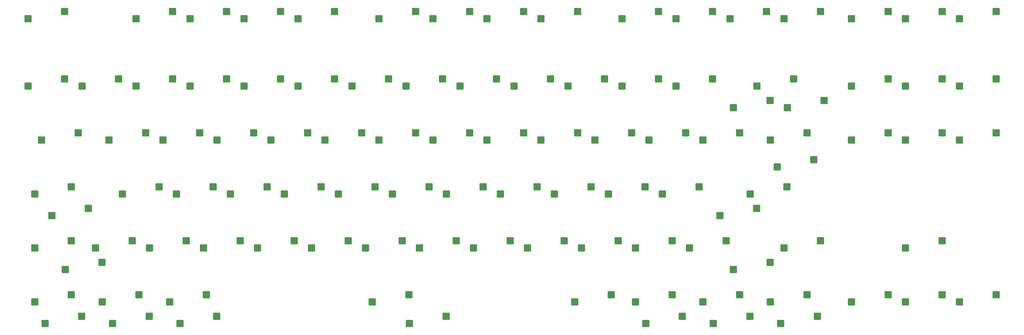
<source format=gbp>
G04 #@! TF.GenerationSoftware,KiCad,Pcbnew,7.0.10*
G04 #@! TF.CreationDate,2024-03-13T13:30:19+01:00*
G04 #@! TF.ProjectId,bb-pcb-v1,62622d70-6362-42d7-9631-2e6b69636164,rev?*
G04 #@! TF.SameCoordinates,Original*
G04 #@! TF.FileFunction,Paste,Bot*
G04 #@! TF.FilePolarity,Positive*
%FSLAX46Y46*%
G04 Gerber Fmt 4.6, Leading zero omitted, Abs format (unit mm)*
G04 Created by KiCad (PCBNEW 7.0.10) date 2024-03-13 13:30:19*
%MOMM*%
%LPD*%
G01*
G04 APERTURE LIST*
G04 Aperture macros list*
%AMRoundRect*
0 Rectangle with rounded corners*
0 $1 Rounding radius*
0 $2 $3 $4 $5 $6 $7 $8 $9 X,Y pos of 4 corners*
0 Add a 4 corners polygon primitive as box body*
4,1,4,$2,$3,$4,$5,$6,$7,$8,$9,$2,$3,0*
0 Add four circle primitives for the rounded corners*
1,1,$1+$1,$2,$3*
1,1,$1+$1,$4,$5*
1,1,$1+$1,$6,$7*
1,1,$1+$1,$8,$9*
0 Add four rect primitives between the rounded corners*
20,1,$1+$1,$2,$3,$4,$5,0*
20,1,$1+$1,$4,$5,$6,$7,0*
20,1,$1+$1,$6,$7,$8,$9,0*
20,1,$1+$1,$8,$9,$2,$3,0*%
G04 Aperture macros list end*
%ADD10RoundRect,0.250000X-1.025000X-1.000000X1.025000X-1.000000X1.025000X1.000000X-1.025000X1.000000X0*%
%ADD11RoundRect,0.250000X1.025000X1.000000X-1.025000X1.000000X-1.025000X-1.000000X1.025000X-1.000000X0*%
G04 APERTURE END LIST*
D10*
X331052500Y-26035000D03*
X343979500Y-23495000D03*
X207227500Y-87947500D03*
X220154500Y-85407500D03*
X21490000Y-26035000D03*
X34417000Y-23495000D03*
X135790000Y-49847500D03*
X148717000Y-47307500D03*
X350102500Y-49847500D03*
X363029500Y-47307500D03*
X107215000Y-68897500D03*
X120142000Y-66357500D03*
X59590000Y-49847500D03*
X72517000Y-47307500D03*
X64352500Y-106997500D03*
X77279500Y-104457500D03*
X142933750Y-126047500D03*
X155860750Y-123507500D03*
X259615000Y-126047500D03*
X272542000Y-123507500D03*
X240565000Y-68897500D03*
X253492000Y-66357500D03*
D11*
X169010000Y-131127500D03*
X156083000Y-133667500D03*
D10*
X283427500Y-68897500D03*
X296354500Y-66357500D03*
X116740000Y-49847500D03*
X129667000Y-47307500D03*
D11*
X47566250Y-112077500D03*
X34639250Y-114617500D03*
D10*
X312002500Y-49847500D03*
X324929500Y-47307500D03*
X126265000Y-68897500D03*
X139192000Y-66357500D03*
X259615000Y-68897500D03*
X272542000Y-66357500D03*
X23871250Y-126047500D03*
X36798250Y-123507500D03*
X23871250Y-87947500D03*
X36798250Y-85407500D03*
X78640000Y-49847500D03*
X91567000Y-47307500D03*
X269140000Y-26035000D03*
X282067000Y-23495000D03*
X288190000Y-26035000D03*
X301117000Y-23495000D03*
X250090000Y-26035000D03*
X263017000Y-23495000D03*
D11*
X40422500Y-131127500D03*
X27495500Y-133667500D03*
D10*
X21490000Y-49847500D03*
X34417000Y-47307500D03*
X350102500Y-126047500D03*
X363029500Y-123507500D03*
X226277500Y-87947500D03*
X239204500Y-85407500D03*
X250090000Y-49847500D03*
X263017000Y-47307500D03*
X164365000Y-26035000D03*
X177292000Y-23495000D03*
X350102500Y-68897500D03*
X363029500Y-66357500D03*
X97690000Y-26035000D03*
X110617000Y-23495000D03*
X140552500Y-106997500D03*
X153479500Y-104457500D03*
X331052500Y-126047500D03*
X343979500Y-123507500D03*
X173890000Y-49847500D03*
X186817000Y-47307500D03*
D11*
X252353750Y-131127500D03*
X239426750Y-133667500D03*
D10*
X183415000Y-26035000D03*
X196342000Y-23495000D03*
X216752500Y-106997500D03*
X229679500Y-104457500D03*
X202465000Y-68897500D03*
X215392000Y-66357500D03*
X59590000Y-26035000D03*
X72517000Y-23495000D03*
X88165000Y-68897500D03*
X101092000Y-66357500D03*
X285808750Y-78422500D03*
X298735750Y-75882500D03*
X276283750Y-87947500D03*
X289210750Y-85407500D03*
X131027500Y-87947500D03*
X143954500Y-85407500D03*
D11*
X64235000Y-131127500D03*
X51308000Y-133667500D03*
D10*
X71496250Y-126047500D03*
X84423250Y-123507500D03*
D11*
X299978750Y-131127500D03*
X287051750Y-133667500D03*
X276166250Y-131127500D03*
X263239250Y-133667500D03*
D10*
X154840000Y-49847500D03*
X167767000Y-47307500D03*
D11*
X302360000Y-54927500D03*
X289433000Y-57467500D03*
D10*
X169127500Y-87947500D03*
X182054500Y-85407500D03*
X312002500Y-126047500D03*
X324929500Y-123507500D03*
X183415000Y-68897500D03*
X196342000Y-66357500D03*
X23871250Y-106997500D03*
X36798250Y-104457500D03*
X235802500Y-126047500D03*
X248729500Y-123507500D03*
X331052500Y-106997500D03*
X343979500Y-104457500D03*
X121502500Y-106997500D03*
X134429500Y-104457500D03*
X254852500Y-106997500D03*
X267779500Y-104457500D03*
X288190000Y-106997500D03*
X301117000Y-104457500D03*
X47683750Y-126047500D03*
X60610750Y-123507500D03*
X45302500Y-106997500D03*
X58229500Y-104457500D03*
X214371250Y-126047500D03*
X227298250Y-123507500D03*
X164365000Y-68897500D03*
X177292000Y-66357500D03*
X178652500Y-106997500D03*
X191579500Y-104457500D03*
D11*
X88047500Y-131127500D03*
X75120500Y-133667500D03*
D10*
X26252500Y-68897500D03*
X39179500Y-66357500D03*
X331052500Y-49847500D03*
X343979500Y-47307500D03*
X69115000Y-68897500D03*
X82042000Y-66357500D03*
D11*
X283310000Y-112077500D03*
X270383000Y-114617500D03*
D10*
X350102500Y-26035000D03*
X363029500Y-23495000D03*
X211990000Y-49847500D03*
X224917000Y-47307500D03*
X83402500Y-106997500D03*
X96329500Y-104457500D03*
X116740000Y-26035000D03*
X129667000Y-23495000D03*
X145315000Y-68897500D03*
X158242000Y-66357500D03*
X245327500Y-87947500D03*
X258254500Y-85407500D03*
X145315000Y-26035000D03*
X158242000Y-23495000D03*
X331052500Y-68897500D03*
X343979500Y-66357500D03*
D11*
X42803750Y-93027500D03*
X29876750Y-95567500D03*
D10*
X221515000Y-68897500D03*
X234442000Y-66357500D03*
X150077500Y-87947500D03*
X163004500Y-85407500D03*
X97690000Y-49847500D03*
X110617000Y-47307500D03*
X188177500Y-87947500D03*
X201104500Y-85407500D03*
X283427500Y-126047500D03*
X296354500Y-123507500D03*
X312002500Y-26035000D03*
X324929500Y-23495000D03*
X54827500Y-87947500D03*
X67754500Y-85407500D03*
X197702500Y-106997500D03*
X210629500Y-104457500D03*
X202465000Y-26035000D03*
X215392000Y-23495000D03*
X231040000Y-49847500D03*
X243967000Y-47307500D03*
X235802500Y-106997500D03*
X248729500Y-104457500D03*
D11*
X278547500Y-93027500D03*
X265620500Y-95567500D03*
D10*
X192940000Y-49847500D03*
X205867000Y-47307500D03*
X312002500Y-68897500D03*
X324929500Y-66357500D03*
X73877500Y-87947500D03*
X86804500Y-85407500D03*
X50065000Y-68897500D03*
X62992000Y-66357500D03*
X231040000Y-26035000D03*
X243967000Y-23495000D03*
X78640000Y-26035000D03*
X91567000Y-23495000D03*
X278665000Y-49847500D03*
X291592000Y-47307500D03*
X111977500Y-87947500D03*
X124904500Y-85407500D03*
D11*
X283310000Y-54927500D03*
X270383000Y-57467500D03*
D10*
X159602500Y-106997500D03*
X172529500Y-104457500D03*
X92927500Y-87947500D03*
X105854500Y-85407500D03*
X102452500Y-106997500D03*
X115379500Y-104457500D03*
X40540000Y-49847500D03*
X53467000Y-47307500D03*
M02*

</source>
